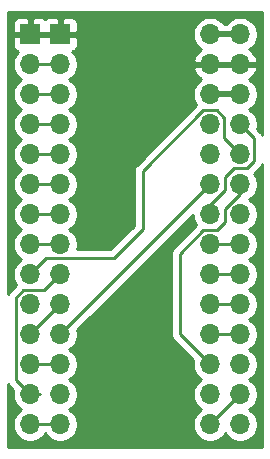
<source format=gbr>
G04 #@! TF.GenerationSoftware,KiCad,Pcbnew,(5.1.5-0-10_14)*
G04 #@! TF.CreationDate,2020-10-22T20:11:36+02:00*
G04 #@! TF.ProjectId,es_t4,65735f74-342e-46b6-9963-61645f706362,rev?*
G04 #@! TF.SameCoordinates,Original*
G04 #@! TF.FileFunction,Copper,L2,Bot*
G04 #@! TF.FilePolarity,Positive*
%FSLAX46Y46*%
G04 Gerber Fmt 4.6, Leading zero omitted, Abs format (unit mm)*
G04 Created by KiCad (PCBNEW (5.1.5-0-10_14)) date 2020-10-22 20:11:36*
%MOMM*%
%LPD*%
G04 APERTURE LIST*
%ADD10O,1.700000X1.700000*%
%ADD11R,1.700000X1.700000*%
%ADD12C,0.800000*%
%ADD13C,0.250000*%
%ADD14C,0.508000*%
%ADD15C,0.254000*%
G04 APERTURE END LIST*
D10*
X149860000Y-104140000D03*
X149860000Y-101600000D03*
X149860000Y-99060000D03*
X149860000Y-96520000D03*
X149860000Y-93980000D03*
X149860000Y-91440000D03*
X149860000Y-88900000D03*
X149860000Y-86360000D03*
X149860000Y-83820000D03*
X149860000Y-81280000D03*
X149860000Y-78740000D03*
X149860000Y-76200000D03*
X149860000Y-73660000D03*
X149860000Y-71120000D03*
X147320000Y-104140000D03*
X147320000Y-101600000D03*
X147320000Y-99060000D03*
X147320000Y-96520000D03*
X147320000Y-93980000D03*
X147320000Y-91440000D03*
X147320000Y-88900000D03*
X147320000Y-86360000D03*
X147320000Y-83820000D03*
X147320000Y-81280000D03*
X147320000Y-78740000D03*
X147320000Y-76200000D03*
X147320000Y-73660000D03*
X147320000Y-71120000D03*
D11*
X132080000Y-71120000D03*
D10*
X132080000Y-73660000D03*
X132080000Y-76200000D03*
X132080000Y-78740000D03*
X132080000Y-81280000D03*
X132080000Y-83820000D03*
X132080000Y-86360000D03*
X132080000Y-88900000D03*
X132080000Y-91440000D03*
X132080000Y-93980000D03*
X132080000Y-96520000D03*
X132080000Y-99060000D03*
X132080000Y-101600000D03*
X132080000Y-104140000D03*
D11*
X134620000Y-71120000D03*
D10*
X134620000Y-73660000D03*
X134620000Y-76200000D03*
X134620000Y-78740000D03*
X134620000Y-81280000D03*
X134620000Y-83820000D03*
X134620000Y-86360000D03*
X134620000Y-88900000D03*
X134620000Y-91440000D03*
X134620000Y-93980000D03*
X134620000Y-96520000D03*
X134620000Y-99060000D03*
X134620000Y-101600000D03*
X134620000Y-104140000D03*
D12*
X140970000Y-71120000D03*
X140970000Y-104140000D03*
X140970000Y-99060000D03*
D13*
X132080000Y-104140000D02*
X134620000Y-104140000D01*
X132080000Y-99060000D02*
X134620000Y-99060000D01*
X134620000Y-96520000D02*
X147320000Y-83820000D01*
X132080000Y-96520000D02*
X134620000Y-93980000D01*
X132080000Y-101600000D02*
X132080000Y-100799002D01*
X132080000Y-101600000D02*
X132880998Y-101600000D01*
X131230001Y-100750001D02*
X132080000Y-101600000D01*
X130904999Y-100424999D02*
X131230001Y-100750001D01*
X131515999Y-92804999D02*
X130904999Y-93415999D01*
X130904999Y-93415999D02*
X130904999Y-100424999D01*
X133255001Y-92804999D02*
X131515999Y-92804999D01*
X134620000Y-91440000D02*
X133255001Y-92804999D01*
X132080000Y-88900000D02*
X134620000Y-88900000D01*
X132080000Y-86360000D02*
X134620000Y-86360000D01*
X132080000Y-83820000D02*
X134620000Y-83820000D01*
X132080000Y-81280000D02*
X134620000Y-81280000D01*
X132080000Y-78740000D02*
X134620000Y-78740000D01*
X132080000Y-76200000D02*
X134620000Y-76200000D01*
X132080000Y-73660000D02*
X134620000Y-73660000D01*
X149860000Y-101600000D02*
X147320000Y-104140000D01*
X147320000Y-96520000D02*
X149860000Y-96520000D01*
X147320000Y-93980000D02*
X149860000Y-93980000D01*
X147320000Y-91440000D02*
X149860000Y-91440000D01*
X147320000Y-88900000D02*
X149860000Y-88900000D01*
X146755999Y-87724999D02*
X144780000Y-89700998D01*
X148590000Y-85890998D02*
X148590000Y-86995000D01*
X148590000Y-86995000D02*
X147860001Y-87724999D01*
X149860000Y-84620998D02*
X148590000Y-85890998D01*
X147860001Y-87724999D02*
X146755999Y-87724999D01*
X149860000Y-83820000D02*
X149860000Y-84620998D01*
X144780000Y-96520000D02*
X147320000Y-99060000D01*
X144780000Y-89700998D02*
X144780000Y-96520000D01*
X139159999Y-90075001D02*
X133444999Y-90075001D01*
X133444999Y-90075001D02*
X132080000Y-91440000D01*
X141605000Y-87630000D02*
X139159999Y-90075001D01*
X141605000Y-82715998D02*
X141605000Y-87630000D01*
X146755999Y-77564999D02*
X141605000Y-82715998D01*
X147884001Y-77564999D02*
X146755999Y-77564999D01*
X148495001Y-78175999D02*
X147884001Y-77564999D01*
X148495001Y-79915001D02*
X148495001Y-78175999D01*
X149860000Y-81280000D02*
X148495001Y-79915001D01*
X151035001Y-79915001D02*
X149860000Y-78740000D01*
X151035001Y-81844001D02*
X151035001Y-79915001D01*
X149319999Y-82455001D02*
X150424001Y-82455001D01*
X148590000Y-83185000D02*
X149319999Y-82455001D01*
X148590000Y-84289002D02*
X148590000Y-83185000D01*
X147320000Y-85559002D02*
X148590000Y-84289002D01*
X150424001Y-82455001D02*
X151035001Y-81844001D01*
X147320000Y-86360000D02*
X147320000Y-85559002D01*
D14*
X147320000Y-76200000D02*
X149860000Y-76200000D01*
X147320000Y-71120000D02*
X149860000Y-71120000D01*
D15*
G36*
X151740001Y-106020000D02*
G01*
X130200000Y-106020000D01*
X130200000Y-100718268D01*
X130270025Y-100849275D01*
X130341200Y-100936001D01*
X130364999Y-100965000D01*
X130393997Y-100988798D01*
X130638791Y-101233592D01*
X130595000Y-101453740D01*
X130595000Y-101746260D01*
X130652068Y-102033158D01*
X130764010Y-102303411D01*
X130926525Y-102546632D01*
X131133368Y-102753475D01*
X131307760Y-102870000D01*
X131133368Y-102986525D01*
X130926525Y-103193368D01*
X130764010Y-103436589D01*
X130652068Y-103706842D01*
X130595000Y-103993740D01*
X130595000Y-104286260D01*
X130652068Y-104573158D01*
X130764010Y-104843411D01*
X130926525Y-105086632D01*
X131133368Y-105293475D01*
X131376589Y-105455990D01*
X131646842Y-105567932D01*
X131933740Y-105625000D01*
X132226260Y-105625000D01*
X132513158Y-105567932D01*
X132783411Y-105455990D01*
X133026632Y-105293475D01*
X133233475Y-105086632D01*
X133350000Y-104912240D01*
X133466525Y-105086632D01*
X133673368Y-105293475D01*
X133916589Y-105455990D01*
X134186842Y-105567932D01*
X134473740Y-105625000D01*
X134766260Y-105625000D01*
X135053158Y-105567932D01*
X135323411Y-105455990D01*
X135566632Y-105293475D01*
X135773475Y-105086632D01*
X135935990Y-104843411D01*
X136047932Y-104573158D01*
X136105000Y-104286260D01*
X136105000Y-103993740D01*
X136047932Y-103706842D01*
X135935990Y-103436589D01*
X135773475Y-103193368D01*
X135566632Y-102986525D01*
X135392240Y-102870000D01*
X135566632Y-102753475D01*
X135773475Y-102546632D01*
X135935990Y-102303411D01*
X136047932Y-102033158D01*
X136105000Y-101746260D01*
X136105000Y-101453740D01*
X136047932Y-101166842D01*
X135935990Y-100896589D01*
X135773475Y-100653368D01*
X135566632Y-100446525D01*
X135392240Y-100330000D01*
X135566632Y-100213475D01*
X135773475Y-100006632D01*
X135935990Y-99763411D01*
X136047932Y-99493158D01*
X136105000Y-99206260D01*
X136105000Y-98913740D01*
X136047932Y-98626842D01*
X135935990Y-98356589D01*
X135773475Y-98113368D01*
X135566632Y-97906525D01*
X135392240Y-97790000D01*
X135566632Y-97673475D01*
X135773475Y-97466632D01*
X135935990Y-97223411D01*
X136047932Y-96953158D01*
X136105000Y-96666260D01*
X136105000Y-96373740D01*
X136061209Y-96153592D01*
X145835000Y-86379802D01*
X145835000Y-86506260D01*
X145892068Y-86793158D01*
X146004010Y-87063411D01*
X146139704Y-87266492D01*
X144269003Y-89137194D01*
X144239999Y-89160997D01*
X144184871Y-89228172D01*
X144145026Y-89276722D01*
X144118687Y-89325999D01*
X144074454Y-89408752D01*
X144030997Y-89552013D01*
X144020000Y-89663666D01*
X144020000Y-89663676D01*
X144016324Y-89700998D01*
X144020000Y-89738321D01*
X144020001Y-96482668D01*
X144016324Y-96520000D01*
X144030998Y-96668985D01*
X144074454Y-96812246D01*
X144145026Y-96944276D01*
X144216201Y-97031002D01*
X144240000Y-97060001D01*
X144268998Y-97083799D01*
X145878790Y-98693593D01*
X145835000Y-98913740D01*
X145835000Y-99206260D01*
X145892068Y-99493158D01*
X146004010Y-99763411D01*
X146166525Y-100006632D01*
X146373368Y-100213475D01*
X146547760Y-100330000D01*
X146373368Y-100446525D01*
X146166525Y-100653368D01*
X146004010Y-100896589D01*
X145892068Y-101166842D01*
X145835000Y-101453740D01*
X145835000Y-101746260D01*
X145892068Y-102033158D01*
X146004010Y-102303411D01*
X146166525Y-102546632D01*
X146373368Y-102753475D01*
X146547760Y-102870000D01*
X146373368Y-102986525D01*
X146166525Y-103193368D01*
X146004010Y-103436589D01*
X145892068Y-103706842D01*
X145835000Y-103993740D01*
X145835000Y-104286260D01*
X145892068Y-104573158D01*
X146004010Y-104843411D01*
X146166525Y-105086632D01*
X146373368Y-105293475D01*
X146616589Y-105455990D01*
X146886842Y-105567932D01*
X147173740Y-105625000D01*
X147466260Y-105625000D01*
X147753158Y-105567932D01*
X148023411Y-105455990D01*
X148266632Y-105293475D01*
X148473475Y-105086632D01*
X148590000Y-104912240D01*
X148706525Y-105086632D01*
X148913368Y-105293475D01*
X149156589Y-105455990D01*
X149426842Y-105567932D01*
X149713740Y-105625000D01*
X150006260Y-105625000D01*
X150293158Y-105567932D01*
X150563411Y-105455990D01*
X150806632Y-105293475D01*
X151013475Y-105086632D01*
X151175990Y-104843411D01*
X151287932Y-104573158D01*
X151345000Y-104286260D01*
X151345000Y-103993740D01*
X151287932Y-103706842D01*
X151175990Y-103436589D01*
X151013475Y-103193368D01*
X150806632Y-102986525D01*
X150632240Y-102870000D01*
X150806632Y-102753475D01*
X151013475Y-102546632D01*
X151175990Y-102303411D01*
X151287932Y-102033158D01*
X151345000Y-101746260D01*
X151345000Y-101453740D01*
X151287932Y-101166842D01*
X151175990Y-100896589D01*
X151013475Y-100653368D01*
X150806632Y-100446525D01*
X150632240Y-100330000D01*
X150806632Y-100213475D01*
X151013475Y-100006632D01*
X151175990Y-99763411D01*
X151287932Y-99493158D01*
X151345000Y-99206260D01*
X151345000Y-98913740D01*
X151287932Y-98626842D01*
X151175990Y-98356589D01*
X151013475Y-98113368D01*
X150806632Y-97906525D01*
X150632240Y-97790000D01*
X150806632Y-97673475D01*
X151013475Y-97466632D01*
X151175990Y-97223411D01*
X151287932Y-96953158D01*
X151345000Y-96666260D01*
X151345000Y-96373740D01*
X151287932Y-96086842D01*
X151175990Y-95816589D01*
X151013475Y-95573368D01*
X150806632Y-95366525D01*
X150632240Y-95250000D01*
X150806632Y-95133475D01*
X151013475Y-94926632D01*
X151175990Y-94683411D01*
X151287932Y-94413158D01*
X151345000Y-94126260D01*
X151345000Y-93833740D01*
X151287932Y-93546842D01*
X151175990Y-93276589D01*
X151013475Y-93033368D01*
X150806632Y-92826525D01*
X150632240Y-92710000D01*
X150806632Y-92593475D01*
X151013475Y-92386632D01*
X151175990Y-92143411D01*
X151287932Y-91873158D01*
X151345000Y-91586260D01*
X151345000Y-91293740D01*
X151287932Y-91006842D01*
X151175990Y-90736589D01*
X151013475Y-90493368D01*
X150806632Y-90286525D01*
X150632240Y-90170000D01*
X150806632Y-90053475D01*
X151013475Y-89846632D01*
X151175990Y-89603411D01*
X151287932Y-89333158D01*
X151345000Y-89046260D01*
X151345000Y-88753740D01*
X151287932Y-88466842D01*
X151175990Y-88196589D01*
X151013475Y-87953368D01*
X150806632Y-87746525D01*
X150632240Y-87630000D01*
X150806632Y-87513475D01*
X151013475Y-87306632D01*
X151175990Y-87063411D01*
X151287932Y-86793158D01*
X151345000Y-86506260D01*
X151345000Y-86213740D01*
X151287932Y-85926842D01*
X151175990Y-85656589D01*
X151013475Y-85413368D01*
X150806632Y-85206525D01*
X150632240Y-85090000D01*
X150806632Y-84973475D01*
X151013475Y-84766632D01*
X151175990Y-84523411D01*
X151287932Y-84253158D01*
X151345000Y-83966260D01*
X151345000Y-83673740D01*
X151287932Y-83386842D01*
X151175990Y-83116589D01*
X151040296Y-82913508D01*
X151546010Y-82407795D01*
X151575002Y-82384002D01*
X151598796Y-82355009D01*
X151598800Y-82355005D01*
X151669974Y-82268278D01*
X151669975Y-82268277D01*
X151740000Y-82137271D01*
X151740001Y-106020000D01*
G37*
X151740001Y-106020000D02*
X130200000Y-106020000D01*
X130200000Y-100718268D01*
X130270025Y-100849275D01*
X130341200Y-100936001D01*
X130364999Y-100965000D01*
X130393997Y-100988798D01*
X130638791Y-101233592D01*
X130595000Y-101453740D01*
X130595000Y-101746260D01*
X130652068Y-102033158D01*
X130764010Y-102303411D01*
X130926525Y-102546632D01*
X131133368Y-102753475D01*
X131307760Y-102870000D01*
X131133368Y-102986525D01*
X130926525Y-103193368D01*
X130764010Y-103436589D01*
X130652068Y-103706842D01*
X130595000Y-103993740D01*
X130595000Y-104286260D01*
X130652068Y-104573158D01*
X130764010Y-104843411D01*
X130926525Y-105086632D01*
X131133368Y-105293475D01*
X131376589Y-105455990D01*
X131646842Y-105567932D01*
X131933740Y-105625000D01*
X132226260Y-105625000D01*
X132513158Y-105567932D01*
X132783411Y-105455990D01*
X133026632Y-105293475D01*
X133233475Y-105086632D01*
X133350000Y-104912240D01*
X133466525Y-105086632D01*
X133673368Y-105293475D01*
X133916589Y-105455990D01*
X134186842Y-105567932D01*
X134473740Y-105625000D01*
X134766260Y-105625000D01*
X135053158Y-105567932D01*
X135323411Y-105455990D01*
X135566632Y-105293475D01*
X135773475Y-105086632D01*
X135935990Y-104843411D01*
X136047932Y-104573158D01*
X136105000Y-104286260D01*
X136105000Y-103993740D01*
X136047932Y-103706842D01*
X135935990Y-103436589D01*
X135773475Y-103193368D01*
X135566632Y-102986525D01*
X135392240Y-102870000D01*
X135566632Y-102753475D01*
X135773475Y-102546632D01*
X135935990Y-102303411D01*
X136047932Y-102033158D01*
X136105000Y-101746260D01*
X136105000Y-101453740D01*
X136047932Y-101166842D01*
X135935990Y-100896589D01*
X135773475Y-100653368D01*
X135566632Y-100446525D01*
X135392240Y-100330000D01*
X135566632Y-100213475D01*
X135773475Y-100006632D01*
X135935990Y-99763411D01*
X136047932Y-99493158D01*
X136105000Y-99206260D01*
X136105000Y-98913740D01*
X136047932Y-98626842D01*
X135935990Y-98356589D01*
X135773475Y-98113368D01*
X135566632Y-97906525D01*
X135392240Y-97790000D01*
X135566632Y-97673475D01*
X135773475Y-97466632D01*
X135935990Y-97223411D01*
X136047932Y-96953158D01*
X136105000Y-96666260D01*
X136105000Y-96373740D01*
X136061209Y-96153592D01*
X145835000Y-86379802D01*
X145835000Y-86506260D01*
X145892068Y-86793158D01*
X146004010Y-87063411D01*
X146139704Y-87266492D01*
X144269003Y-89137194D01*
X144239999Y-89160997D01*
X144184871Y-89228172D01*
X144145026Y-89276722D01*
X144118687Y-89325999D01*
X144074454Y-89408752D01*
X144030997Y-89552013D01*
X144020000Y-89663666D01*
X144020000Y-89663676D01*
X144016324Y-89700998D01*
X144020000Y-89738321D01*
X144020001Y-96482668D01*
X144016324Y-96520000D01*
X144030998Y-96668985D01*
X144074454Y-96812246D01*
X144145026Y-96944276D01*
X144216201Y-97031002D01*
X144240000Y-97060001D01*
X144268998Y-97083799D01*
X145878790Y-98693593D01*
X145835000Y-98913740D01*
X145835000Y-99206260D01*
X145892068Y-99493158D01*
X146004010Y-99763411D01*
X146166525Y-100006632D01*
X146373368Y-100213475D01*
X146547760Y-100330000D01*
X146373368Y-100446525D01*
X146166525Y-100653368D01*
X146004010Y-100896589D01*
X145892068Y-101166842D01*
X145835000Y-101453740D01*
X145835000Y-101746260D01*
X145892068Y-102033158D01*
X146004010Y-102303411D01*
X146166525Y-102546632D01*
X146373368Y-102753475D01*
X146547760Y-102870000D01*
X146373368Y-102986525D01*
X146166525Y-103193368D01*
X146004010Y-103436589D01*
X145892068Y-103706842D01*
X145835000Y-103993740D01*
X145835000Y-104286260D01*
X145892068Y-104573158D01*
X146004010Y-104843411D01*
X146166525Y-105086632D01*
X146373368Y-105293475D01*
X146616589Y-105455990D01*
X146886842Y-105567932D01*
X147173740Y-105625000D01*
X147466260Y-105625000D01*
X147753158Y-105567932D01*
X148023411Y-105455990D01*
X148266632Y-105293475D01*
X148473475Y-105086632D01*
X148590000Y-104912240D01*
X148706525Y-105086632D01*
X148913368Y-105293475D01*
X149156589Y-105455990D01*
X149426842Y-105567932D01*
X149713740Y-105625000D01*
X150006260Y-105625000D01*
X150293158Y-105567932D01*
X150563411Y-105455990D01*
X150806632Y-105293475D01*
X151013475Y-105086632D01*
X151175990Y-104843411D01*
X151287932Y-104573158D01*
X151345000Y-104286260D01*
X151345000Y-103993740D01*
X151287932Y-103706842D01*
X151175990Y-103436589D01*
X151013475Y-103193368D01*
X150806632Y-102986525D01*
X150632240Y-102870000D01*
X150806632Y-102753475D01*
X151013475Y-102546632D01*
X151175990Y-102303411D01*
X151287932Y-102033158D01*
X151345000Y-101746260D01*
X151345000Y-101453740D01*
X151287932Y-101166842D01*
X151175990Y-100896589D01*
X151013475Y-100653368D01*
X150806632Y-100446525D01*
X150632240Y-100330000D01*
X150806632Y-100213475D01*
X151013475Y-100006632D01*
X151175990Y-99763411D01*
X151287932Y-99493158D01*
X151345000Y-99206260D01*
X151345000Y-98913740D01*
X151287932Y-98626842D01*
X151175990Y-98356589D01*
X151013475Y-98113368D01*
X150806632Y-97906525D01*
X150632240Y-97790000D01*
X150806632Y-97673475D01*
X151013475Y-97466632D01*
X151175990Y-97223411D01*
X151287932Y-96953158D01*
X151345000Y-96666260D01*
X151345000Y-96373740D01*
X151287932Y-96086842D01*
X151175990Y-95816589D01*
X151013475Y-95573368D01*
X150806632Y-95366525D01*
X150632240Y-95250000D01*
X150806632Y-95133475D01*
X151013475Y-94926632D01*
X151175990Y-94683411D01*
X151287932Y-94413158D01*
X151345000Y-94126260D01*
X151345000Y-93833740D01*
X151287932Y-93546842D01*
X151175990Y-93276589D01*
X151013475Y-93033368D01*
X150806632Y-92826525D01*
X150632240Y-92710000D01*
X150806632Y-92593475D01*
X151013475Y-92386632D01*
X151175990Y-92143411D01*
X151287932Y-91873158D01*
X151345000Y-91586260D01*
X151345000Y-91293740D01*
X151287932Y-91006842D01*
X151175990Y-90736589D01*
X151013475Y-90493368D01*
X150806632Y-90286525D01*
X150632240Y-90170000D01*
X150806632Y-90053475D01*
X151013475Y-89846632D01*
X151175990Y-89603411D01*
X151287932Y-89333158D01*
X151345000Y-89046260D01*
X151345000Y-88753740D01*
X151287932Y-88466842D01*
X151175990Y-88196589D01*
X151013475Y-87953368D01*
X150806632Y-87746525D01*
X150632240Y-87630000D01*
X150806632Y-87513475D01*
X151013475Y-87306632D01*
X151175990Y-87063411D01*
X151287932Y-86793158D01*
X151345000Y-86506260D01*
X151345000Y-86213740D01*
X151287932Y-85926842D01*
X151175990Y-85656589D01*
X151013475Y-85413368D01*
X150806632Y-85206525D01*
X150632240Y-85090000D01*
X150806632Y-84973475D01*
X151013475Y-84766632D01*
X151175990Y-84523411D01*
X151287932Y-84253158D01*
X151345000Y-83966260D01*
X151345000Y-83673740D01*
X151287932Y-83386842D01*
X151175990Y-83116589D01*
X151040296Y-82913508D01*
X151546010Y-82407795D01*
X151575002Y-82384002D01*
X151598796Y-82355009D01*
X151598800Y-82355005D01*
X151669974Y-82268278D01*
X151669975Y-82268277D01*
X151740000Y-82137271D01*
X151740001Y-106020000D01*
G36*
X151740000Y-79621731D02*
G01*
X151669975Y-79490725D01*
X151575002Y-79375000D01*
X151546004Y-79351202D01*
X151301210Y-79106408D01*
X151345000Y-78886260D01*
X151345000Y-78593740D01*
X151287932Y-78306842D01*
X151175990Y-78036589D01*
X151013475Y-77793368D01*
X150806632Y-77586525D01*
X150632240Y-77470000D01*
X150806632Y-77353475D01*
X151013475Y-77146632D01*
X151175990Y-76903411D01*
X151287932Y-76633158D01*
X151345000Y-76346260D01*
X151345000Y-76053740D01*
X151287932Y-75766842D01*
X151175990Y-75496589D01*
X151013475Y-75253368D01*
X150806632Y-75046525D01*
X150624466Y-74924805D01*
X150741355Y-74855178D01*
X150957588Y-74660269D01*
X151131641Y-74426920D01*
X151256825Y-74164099D01*
X151301476Y-74016890D01*
X151180155Y-73787000D01*
X149987000Y-73787000D01*
X149987000Y-73807000D01*
X149733000Y-73807000D01*
X149733000Y-73787000D01*
X147447000Y-73787000D01*
X147447000Y-73807000D01*
X147193000Y-73807000D01*
X147193000Y-73787000D01*
X145999845Y-73787000D01*
X145878524Y-74016890D01*
X145923175Y-74164099D01*
X146048359Y-74426920D01*
X146222412Y-74660269D01*
X146438645Y-74855178D01*
X146555534Y-74924805D01*
X146373368Y-75046525D01*
X146166525Y-75253368D01*
X146004010Y-75496589D01*
X145892068Y-75766842D01*
X145835000Y-76053740D01*
X145835000Y-76346260D01*
X145892068Y-76633158D01*
X146004010Y-76903411D01*
X146139704Y-77106492D01*
X141094003Y-82152194D01*
X141064999Y-82175997D01*
X141009871Y-82243172D01*
X140970026Y-82291722D01*
X140920701Y-82384002D01*
X140899454Y-82423752D01*
X140855997Y-82567013D01*
X140845000Y-82678666D01*
X140845000Y-82678676D01*
X140841324Y-82715998D01*
X140845000Y-82753321D01*
X140845001Y-87315197D01*
X138845198Y-89315001D01*
X136051544Y-89315001D01*
X136105000Y-89046260D01*
X136105000Y-88753740D01*
X136047932Y-88466842D01*
X135935990Y-88196589D01*
X135773475Y-87953368D01*
X135566632Y-87746525D01*
X135392240Y-87630000D01*
X135566632Y-87513475D01*
X135773475Y-87306632D01*
X135935990Y-87063411D01*
X136047932Y-86793158D01*
X136105000Y-86506260D01*
X136105000Y-86213740D01*
X136047932Y-85926842D01*
X135935990Y-85656589D01*
X135773475Y-85413368D01*
X135566632Y-85206525D01*
X135392240Y-85090000D01*
X135566632Y-84973475D01*
X135773475Y-84766632D01*
X135935990Y-84523411D01*
X136047932Y-84253158D01*
X136105000Y-83966260D01*
X136105000Y-83673740D01*
X136047932Y-83386842D01*
X135935990Y-83116589D01*
X135773475Y-82873368D01*
X135566632Y-82666525D01*
X135392240Y-82550000D01*
X135566632Y-82433475D01*
X135773475Y-82226632D01*
X135935990Y-81983411D01*
X136047932Y-81713158D01*
X136105000Y-81426260D01*
X136105000Y-81133740D01*
X136047932Y-80846842D01*
X135935990Y-80576589D01*
X135773475Y-80333368D01*
X135566632Y-80126525D01*
X135392240Y-80010000D01*
X135566632Y-79893475D01*
X135773475Y-79686632D01*
X135935990Y-79443411D01*
X136047932Y-79173158D01*
X136105000Y-78886260D01*
X136105000Y-78593740D01*
X136047932Y-78306842D01*
X135935990Y-78036589D01*
X135773475Y-77793368D01*
X135566632Y-77586525D01*
X135392240Y-77470000D01*
X135566632Y-77353475D01*
X135773475Y-77146632D01*
X135935990Y-76903411D01*
X136047932Y-76633158D01*
X136105000Y-76346260D01*
X136105000Y-76053740D01*
X136047932Y-75766842D01*
X135935990Y-75496589D01*
X135773475Y-75253368D01*
X135566632Y-75046525D01*
X135392240Y-74930000D01*
X135566632Y-74813475D01*
X135773475Y-74606632D01*
X135935990Y-74363411D01*
X136047932Y-74093158D01*
X136105000Y-73806260D01*
X136105000Y-73513740D01*
X136047932Y-73226842D01*
X135935990Y-72956589D01*
X135773475Y-72713368D01*
X135641620Y-72581513D01*
X135714180Y-72559502D01*
X135824494Y-72500537D01*
X135921185Y-72421185D01*
X136000537Y-72324494D01*
X136059502Y-72214180D01*
X136095812Y-72094482D01*
X136108072Y-71970000D01*
X136105000Y-71405750D01*
X135946250Y-71247000D01*
X134747000Y-71247000D01*
X134747000Y-71267000D01*
X134493000Y-71267000D01*
X134493000Y-71247000D01*
X132207000Y-71247000D01*
X132207000Y-71267000D01*
X131953000Y-71267000D01*
X131953000Y-71247000D01*
X130753750Y-71247000D01*
X130595000Y-71405750D01*
X130591928Y-71970000D01*
X130604188Y-72094482D01*
X130640498Y-72214180D01*
X130699463Y-72324494D01*
X130778815Y-72421185D01*
X130875506Y-72500537D01*
X130985820Y-72559502D01*
X131058380Y-72581513D01*
X130926525Y-72713368D01*
X130764010Y-72956589D01*
X130652068Y-73226842D01*
X130595000Y-73513740D01*
X130595000Y-73806260D01*
X130652068Y-74093158D01*
X130764010Y-74363411D01*
X130926525Y-74606632D01*
X131133368Y-74813475D01*
X131307760Y-74930000D01*
X131133368Y-75046525D01*
X130926525Y-75253368D01*
X130764010Y-75496589D01*
X130652068Y-75766842D01*
X130595000Y-76053740D01*
X130595000Y-76346260D01*
X130652068Y-76633158D01*
X130764010Y-76903411D01*
X130926525Y-77146632D01*
X131133368Y-77353475D01*
X131307760Y-77470000D01*
X131133368Y-77586525D01*
X130926525Y-77793368D01*
X130764010Y-78036589D01*
X130652068Y-78306842D01*
X130595000Y-78593740D01*
X130595000Y-78886260D01*
X130652068Y-79173158D01*
X130764010Y-79443411D01*
X130926525Y-79686632D01*
X131133368Y-79893475D01*
X131307760Y-80010000D01*
X131133368Y-80126525D01*
X130926525Y-80333368D01*
X130764010Y-80576589D01*
X130652068Y-80846842D01*
X130595000Y-81133740D01*
X130595000Y-81426260D01*
X130652068Y-81713158D01*
X130764010Y-81983411D01*
X130926525Y-82226632D01*
X131133368Y-82433475D01*
X131307760Y-82550000D01*
X131133368Y-82666525D01*
X130926525Y-82873368D01*
X130764010Y-83116589D01*
X130652068Y-83386842D01*
X130595000Y-83673740D01*
X130595000Y-83966260D01*
X130652068Y-84253158D01*
X130764010Y-84523411D01*
X130926525Y-84766632D01*
X131133368Y-84973475D01*
X131307760Y-85090000D01*
X131133368Y-85206525D01*
X130926525Y-85413368D01*
X130764010Y-85656589D01*
X130652068Y-85926842D01*
X130595000Y-86213740D01*
X130595000Y-86506260D01*
X130652068Y-86793158D01*
X130764010Y-87063411D01*
X130926525Y-87306632D01*
X131133368Y-87513475D01*
X131307760Y-87630000D01*
X131133368Y-87746525D01*
X130926525Y-87953368D01*
X130764010Y-88196589D01*
X130652068Y-88466842D01*
X130595000Y-88753740D01*
X130595000Y-89046260D01*
X130652068Y-89333158D01*
X130764010Y-89603411D01*
X130926525Y-89846632D01*
X131133368Y-90053475D01*
X131307760Y-90170000D01*
X131133368Y-90286525D01*
X130926525Y-90493368D01*
X130764010Y-90736589D01*
X130652068Y-91006842D01*
X130595000Y-91293740D01*
X130595000Y-91586260D01*
X130652068Y-91873158D01*
X130764010Y-92143411D01*
X130899704Y-92346491D01*
X130394001Y-92852196D01*
X130364998Y-92875998D01*
X130309870Y-92943173D01*
X130270025Y-92991723D01*
X130247765Y-93033368D01*
X130200000Y-93122730D01*
X130200000Y-70270000D01*
X130591928Y-70270000D01*
X130595000Y-70834250D01*
X130753750Y-70993000D01*
X131953000Y-70993000D01*
X131953000Y-69793750D01*
X132207000Y-69793750D01*
X132207000Y-70993000D01*
X134493000Y-70993000D01*
X134493000Y-69793750D01*
X134747000Y-69793750D01*
X134747000Y-70993000D01*
X135946250Y-70993000D01*
X135965510Y-70973740D01*
X145835000Y-70973740D01*
X145835000Y-71266260D01*
X145892068Y-71553158D01*
X146004010Y-71823411D01*
X146166525Y-72066632D01*
X146373368Y-72273475D01*
X146555534Y-72395195D01*
X146438645Y-72464822D01*
X146222412Y-72659731D01*
X146048359Y-72893080D01*
X145923175Y-73155901D01*
X145878524Y-73303110D01*
X145999845Y-73533000D01*
X147193000Y-73533000D01*
X147193000Y-73513000D01*
X147447000Y-73513000D01*
X147447000Y-73533000D01*
X149733000Y-73533000D01*
X149733000Y-73513000D01*
X149987000Y-73513000D01*
X149987000Y-73533000D01*
X151180155Y-73533000D01*
X151301476Y-73303110D01*
X151256825Y-73155901D01*
X151131641Y-72893080D01*
X150957588Y-72659731D01*
X150741355Y-72464822D01*
X150624466Y-72395195D01*
X150806632Y-72273475D01*
X151013475Y-72066632D01*
X151175990Y-71823411D01*
X151287932Y-71553158D01*
X151345000Y-71266260D01*
X151345000Y-70973740D01*
X151287932Y-70686842D01*
X151175990Y-70416589D01*
X151013475Y-70173368D01*
X150806632Y-69966525D01*
X150563411Y-69804010D01*
X150293158Y-69692068D01*
X150006260Y-69635000D01*
X149713740Y-69635000D01*
X149426842Y-69692068D01*
X149156589Y-69804010D01*
X148913368Y-69966525D01*
X148706525Y-70173368D01*
X148668017Y-70231000D01*
X148511983Y-70231000D01*
X148473475Y-70173368D01*
X148266632Y-69966525D01*
X148023411Y-69804010D01*
X147753158Y-69692068D01*
X147466260Y-69635000D01*
X147173740Y-69635000D01*
X146886842Y-69692068D01*
X146616589Y-69804010D01*
X146373368Y-69966525D01*
X146166525Y-70173368D01*
X146004010Y-70416589D01*
X145892068Y-70686842D01*
X145835000Y-70973740D01*
X135965510Y-70973740D01*
X136105000Y-70834250D01*
X136108072Y-70270000D01*
X136095812Y-70145518D01*
X136059502Y-70025820D01*
X136000537Y-69915506D01*
X135921185Y-69818815D01*
X135824494Y-69739463D01*
X135714180Y-69680498D01*
X135594482Y-69644188D01*
X135470000Y-69631928D01*
X134905750Y-69635000D01*
X134747000Y-69793750D01*
X134493000Y-69793750D01*
X134334250Y-69635000D01*
X133770000Y-69631928D01*
X133645518Y-69644188D01*
X133525820Y-69680498D01*
X133415506Y-69739463D01*
X133350000Y-69793222D01*
X133284494Y-69739463D01*
X133174180Y-69680498D01*
X133054482Y-69644188D01*
X132930000Y-69631928D01*
X132365750Y-69635000D01*
X132207000Y-69793750D01*
X131953000Y-69793750D01*
X131794250Y-69635000D01*
X131230000Y-69631928D01*
X131105518Y-69644188D01*
X130985820Y-69680498D01*
X130875506Y-69739463D01*
X130778815Y-69818815D01*
X130699463Y-69915506D01*
X130640498Y-70025820D01*
X130604188Y-70145518D01*
X130591928Y-70270000D01*
X130200000Y-70270000D01*
X130200000Y-69240000D01*
X151740000Y-69240000D01*
X151740000Y-79621731D01*
G37*
X151740000Y-79621731D02*
X151669975Y-79490725D01*
X151575002Y-79375000D01*
X151546004Y-79351202D01*
X151301210Y-79106408D01*
X151345000Y-78886260D01*
X151345000Y-78593740D01*
X151287932Y-78306842D01*
X151175990Y-78036589D01*
X151013475Y-77793368D01*
X150806632Y-77586525D01*
X150632240Y-77470000D01*
X150806632Y-77353475D01*
X151013475Y-77146632D01*
X151175990Y-76903411D01*
X151287932Y-76633158D01*
X151345000Y-76346260D01*
X151345000Y-76053740D01*
X151287932Y-75766842D01*
X151175990Y-75496589D01*
X151013475Y-75253368D01*
X150806632Y-75046525D01*
X150624466Y-74924805D01*
X150741355Y-74855178D01*
X150957588Y-74660269D01*
X151131641Y-74426920D01*
X151256825Y-74164099D01*
X151301476Y-74016890D01*
X151180155Y-73787000D01*
X149987000Y-73787000D01*
X149987000Y-73807000D01*
X149733000Y-73807000D01*
X149733000Y-73787000D01*
X147447000Y-73787000D01*
X147447000Y-73807000D01*
X147193000Y-73807000D01*
X147193000Y-73787000D01*
X145999845Y-73787000D01*
X145878524Y-74016890D01*
X145923175Y-74164099D01*
X146048359Y-74426920D01*
X146222412Y-74660269D01*
X146438645Y-74855178D01*
X146555534Y-74924805D01*
X146373368Y-75046525D01*
X146166525Y-75253368D01*
X146004010Y-75496589D01*
X145892068Y-75766842D01*
X145835000Y-76053740D01*
X145835000Y-76346260D01*
X145892068Y-76633158D01*
X146004010Y-76903411D01*
X146139704Y-77106492D01*
X141094003Y-82152194D01*
X141064999Y-82175997D01*
X141009871Y-82243172D01*
X140970026Y-82291722D01*
X140920701Y-82384002D01*
X140899454Y-82423752D01*
X140855997Y-82567013D01*
X140845000Y-82678666D01*
X140845000Y-82678676D01*
X140841324Y-82715998D01*
X140845000Y-82753321D01*
X140845001Y-87315197D01*
X138845198Y-89315001D01*
X136051544Y-89315001D01*
X136105000Y-89046260D01*
X136105000Y-88753740D01*
X136047932Y-88466842D01*
X135935990Y-88196589D01*
X135773475Y-87953368D01*
X135566632Y-87746525D01*
X135392240Y-87630000D01*
X135566632Y-87513475D01*
X135773475Y-87306632D01*
X135935990Y-87063411D01*
X136047932Y-86793158D01*
X136105000Y-86506260D01*
X136105000Y-86213740D01*
X136047932Y-85926842D01*
X135935990Y-85656589D01*
X135773475Y-85413368D01*
X135566632Y-85206525D01*
X135392240Y-85090000D01*
X135566632Y-84973475D01*
X135773475Y-84766632D01*
X135935990Y-84523411D01*
X136047932Y-84253158D01*
X136105000Y-83966260D01*
X136105000Y-83673740D01*
X136047932Y-83386842D01*
X135935990Y-83116589D01*
X135773475Y-82873368D01*
X135566632Y-82666525D01*
X135392240Y-82550000D01*
X135566632Y-82433475D01*
X135773475Y-82226632D01*
X135935990Y-81983411D01*
X136047932Y-81713158D01*
X136105000Y-81426260D01*
X136105000Y-81133740D01*
X136047932Y-80846842D01*
X135935990Y-80576589D01*
X135773475Y-80333368D01*
X135566632Y-80126525D01*
X135392240Y-80010000D01*
X135566632Y-79893475D01*
X135773475Y-79686632D01*
X135935990Y-79443411D01*
X136047932Y-79173158D01*
X136105000Y-78886260D01*
X136105000Y-78593740D01*
X136047932Y-78306842D01*
X135935990Y-78036589D01*
X135773475Y-77793368D01*
X135566632Y-77586525D01*
X135392240Y-77470000D01*
X135566632Y-77353475D01*
X135773475Y-77146632D01*
X135935990Y-76903411D01*
X136047932Y-76633158D01*
X136105000Y-76346260D01*
X136105000Y-76053740D01*
X136047932Y-75766842D01*
X135935990Y-75496589D01*
X135773475Y-75253368D01*
X135566632Y-75046525D01*
X135392240Y-74930000D01*
X135566632Y-74813475D01*
X135773475Y-74606632D01*
X135935990Y-74363411D01*
X136047932Y-74093158D01*
X136105000Y-73806260D01*
X136105000Y-73513740D01*
X136047932Y-73226842D01*
X135935990Y-72956589D01*
X135773475Y-72713368D01*
X135641620Y-72581513D01*
X135714180Y-72559502D01*
X135824494Y-72500537D01*
X135921185Y-72421185D01*
X136000537Y-72324494D01*
X136059502Y-72214180D01*
X136095812Y-72094482D01*
X136108072Y-71970000D01*
X136105000Y-71405750D01*
X135946250Y-71247000D01*
X134747000Y-71247000D01*
X134747000Y-71267000D01*
X134493000Y-71267000D01*
X134493000Y-71247000D01*
X132207000Y-71247000D01*
X132207000Y-71267000D01*
X131953000Y-71267000D01*
X131953000Y-71247000D01*
X130753750Y-71247000D01*
X130595000Y-71405750D01*
X130591928Y-71970000D01*
X130604188Y-72094482D01*
X130640498Y-72214180D01*
X130699463Y-72324494D01*
X130778815Y-72421185D01*
X130875506Y-72500537D01*
X130985820Y-72559502D01*
X131058380Y-72581513D01*
X130926525Y-72713368D01*
X130764010Y-72956589D01*
X130652068Y-73226842D01*
X130595000Y-73513740D01*
X130595000Y-73806260D01*
X130652068Y-74093158D01*
X130764010Y-74363411D01*
X130926525Y-74606632D01*
X131133368Y-74813475D01*
X131307760Y-74930000D01*
X131133368Y-75046525D01*
X130926525Y-75253368D01*
X130764010Y-75496589D01*
X130652068Y-75766842D01*
X130595000Y-76053740D01*
X130595000Y-76346260D01*
X130652068Y-76633158D01*
X130764010Y-76903411D01*
X130926525Y-77146632D01*
X131133368Y-77353475D01*
X131307760Y-77470000D01*
X131133368Y-77586525D01*
X130926525Y-77793368D01*
X130764010Y-78036589D01*
X130652068Y-78306842D01*
X130595000Y-78593740D01*
X130595000Y-78886260D01*
X130652068Y-79173158D01*
X130764010Y-79443411D01*
X130926525Y-79686632D01*
X131133368Y-79893475D01*
X131307760Y-80010000D01*
X131133368Y-80126525D01*
X130926525Y-80333368D01*
X130764010Y-80576589D01*
X130652068Y-80846842D01*
X130595000Y-81133740D01*
X130595000Y-81426260D01*
X130652068Y-81713158D01*
X130764010Y-81983411D01*
X130926525Y-82226632D01*
X131133368Y-82433475D01*
X131307760Y-82550000D01*
X131133368Y-82666525D01*
X130926525Y-82873368D01*
X130764010Y-83116589D01*
X130652068Y-83386842D01*
X130595000Y-83673740D01*
X130595000Y-83966260D01*
X130652068Y-84253158D01*
X130764010Y-84523411D01*
X130926525Y-84766632D01*
X131133368Y-84973475D01*
X131307760Y-85090000D01*
X131133368Y-85206525D01*
X130926525Y-85413368D01*
X130764010Y-85656589D01*
X130652068Y-85926842D01*
X130595000Y-86213740D01*
X130595000Y-86506260D01*
X130652068Y-86793158D01*
X130764010Y-87063411D01*
X130926525Y-87306632D01*
X131133368Y-87513475D01*
X131307760Y-87630000D01*
X131133368Y-87746525D01*
X130926525Y-87953368D01*
X130764010Y-88196589D01*
X130652068Y-88466842D01*
X130595000Y-88753740D01*
X130595000Y-89046260D01*
X130652068Y-89333158D01*
X130764010Y-89603411D01*
X130926525Y-89846632D01*
X131133368Y-90053475D01*
X131307760Y-90170000D01*
X131133368Y-90286525D01*
X130926525Y-90493368D01*
X130764010Y-90736589D01*
X130652068Y-91006842D01*
X130595000Y-91293740D01*
X130595000Y-91586260D01*
X130652068Y-91873158D01*
X130764010Y-92143411D01*
X130899704Y-92346491D01*
X130394001Y-92852196D01*
X130364998Y-92875998D01*
X130309870Y-92943173D01*
X130270025Y-92991723D01*
X130247765Y-93033368D01*
X130200000Y-93122730D01*
X130200000Y-70270000D01*
X130591928Y-70270000D01*
X130595000Y-70834250D01*
X130753750Y-70993000D01*
X131953000Y-70993000D01*
X131953000Y-69793750D01*
X132207000Y-69793750D01*
X132207000Y-70993000D01*
X134493000Y-70993000D01*
X134493000Y-69793750D01*
X134747000Y-69793750D01*
X134747000Y-70993000D01*
X135946250Y-70993000D01*
X135965510Y-70973740D01*
X145835000Y-70973740D01*
X145835000Y-71266260D01*
X145892068Y-71553158D01*
X146004010Y-71823411D01*
X146166525Y-72066632D01*
X146373368Y-72273475D01*
X146555534Y-72395195D01*
X146438645Y-72464822D01*
X146222412Y-72659731D01*
X146048359Y-72893080D01*
X145923175Y-73155901D01*
X145878524Y-73303110D01*
X145999845Y-73533000D01*
X147193000Y-73533000D01*
X147193000Y-73513000D01*
X147447000Y-73513000D01*
X147447000Y-73533000D01*
X149733000Y-73533000D01*
X149733000Y-73513000D01*
X149987000Y-73513000D01*
X149987000Y-73533000D01*
X151180155Y-73533000D01*
X151301476Y-73303110D01*
X151256825Y-73155901D01*
X151131641Y-72893080D01*
X150957588Y-72659731D01*
X150741355Y-72464822D01*
X150624466Y-72395195D01*
X150806632Y-72273475D01*
X151013475Y-72066632D01*
X151175990Y-71823411D01*
X151287932Y-71553158D01*
X151345000Y-71266260D01*
X151345000Y-70973740D01*
X151287932Y-70686842D01*
X151175990Y-70416589D01*
X151013475Y-70173368D01*
X150806632Y-69966525D01*
X150563411Y-69804010D01*
X150293158Y-69692068D01*
X150006260Y-69635000D01*
X149713740Y-69635000D01*
X149426842Y-69692068D01*
X149156589Y-69804010D01*
X148913368Y-69966525D01*
X148706525Y-70173368D01*
X148668017Y-70231000D01*
X148511983Y-70231000D01*
X148473475Y-70173368D01*
X148266632Y-69966525D01*
X148023411Y-69804010D01*
X147753158Y-69692068D01*
X147466260Y-69635000D01*
X147173740Y-69635000D01*
X146886842Y-69692068D01*
X146616589Y-69804010D01*
X146373368Y-69966525D01*
X146166525Y-70173368D01*
X146004010Y-70416589D01*
X145892068Y-70686842D01*
X145835000Y-70973740D01*
X135965510Y-70973740D01*
X136105000Y-70834250D01*
X136108072Y-70270000D01*
X136095812Y-70145518D01*
X136059502Y-70025820D01*
X136000537Y-69915506D01*
X135921185Y-69818815D01*
X135824494Y-69739463D01*
X135714180Y-69680498D01*
X135594482Y-69644188D01*
X135470000Y-69631928D01*
X134905750Y-69635000D01*
X134747000Y-69793750D01*
X134493000Y-69793750D01*
X134334250Y-69635000D01*
X133770000Y-69631928D01*
X133645518Y-69644188D01*
X133525820Y-69680498D01*
X133415506Y-69739463D01*
X133350000Y-69793222D01*
X133284494Y-69739463D01*
X133174180Y-69680498D01*
X133054482Y-69644188D01*
X132930000Y-69631928D01*
X132365750Y-69635000D01*
X132207000Y-69793750D01*
X131953000Y-69793750D01*
X131794250Y-69635000D01*
X131230000Y-69631928D01*
X131105518Y-69644188D01*
X130985820Y-69680498D01*
X130875506Y-69739463D01*
X130778815Y-69818815D01*
X130699463Y-69915506D01*
X130640498Y-70025820D01*
X130604188Y-70145518D01*
X130591928Y-70270000D01*
X130200000Y-70270000D01*
X130200000Y-69240000D01*
X151740000Y-69240000D01*
X151740000Y-79621731D01*
M02*

</source>
